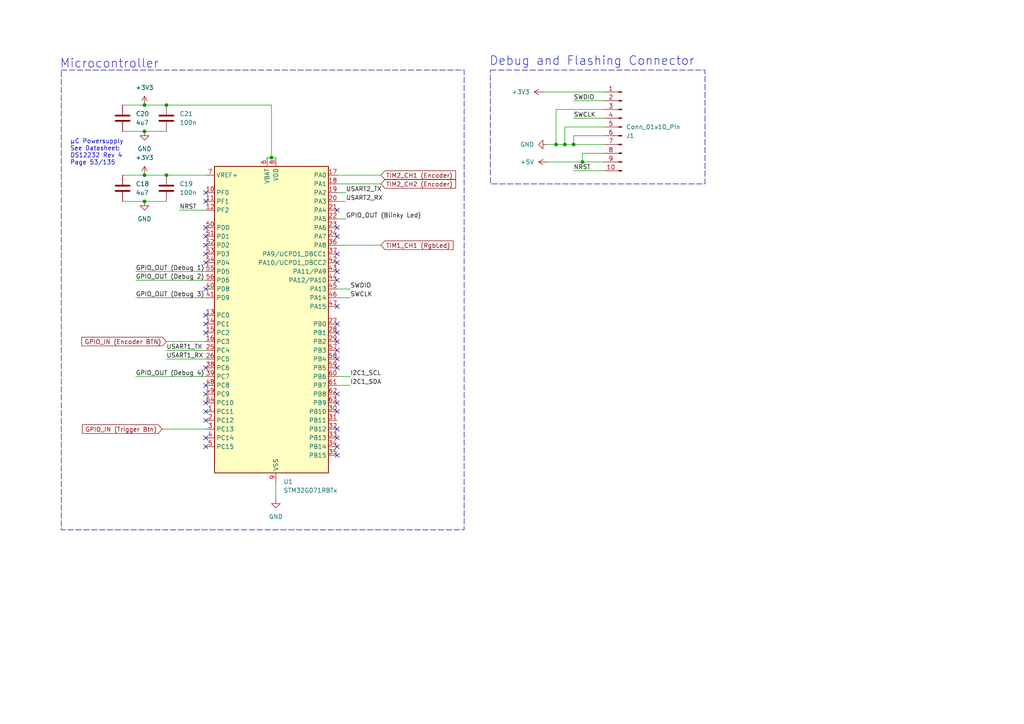
<source format=kicad_sch>
(kicad_sch (version 20231120) (generator "eeschema") (generator_version "8.0")
  (paper "A4")
  (title_block (date "2024-02-29") (rev "1"))
  (lib_symbols
    (symbol "Connector:Conn_01x10_Pin" (pin_names (offset 1.016) hide)
      (property "Reference" "J" (at 0 12.7 0))
      (property "Value" "Conn_01x10_Pin" (at 0 -15.24 0))
      (symbol "Conn_01x10_Pin_1_1"
        (polyline (pts (xy 1.27 -12.7) (xy 0.8636 -12.7)) (stroke (width 0.1524)))
        (polyline (pts (xy 1.27 -10.16) (xy 0.8636 -10.16)) (stroke (width 0.1524)))
        (polyline (pts (xy 1.27 -7.62) (xy 0.8636 -7.62)) (stroke (width 0.1524)))
        (polyline (pts (xy 1.27 -5.08) (xy 0.8636 -5.08)) (stroke (width 0.1524)))
        (polyline (pts (xy 1.27 -2.54) (xy 0.8636 -2.54)) (stroke (width 0.1524)))
        (polyline (pts (xy 1.27 0) (xy 0.8636 0)) (stroke (width 0.1524)))
        (polyline (pts (xy 1.27 2.54) (xy 0.8636 2.54)) (stroke (width 0.1524)))
        (polyline (pts (xy 1.27 5.08) (xy 0.8636 5.08)) (stroke (width 0.1524)))
        (polyline (pts (xy 1.27 7.62) (xy 0.8636 7.62)) (stroke (width 0.1524)))
        (polyline (pts (xy 1.27 10.16) (xy 0.8636 10.16)) (stroke (width 0.1524)))
        (rectangle (start 0.8636 -12.573) (end 0 -12.827) (stroke (width 0.1524)) (fill (type outline)))
        (rectangle (start 0.8636 -10.033) (end 0 -10.287) (stroke (width 0.1524)) (fill (type outline)))
        (rectangle (start 0.8636 -7.493) (end 0 -7.747) (stroke (width 0.1524)) (fill (type outline)))
        (rectangle (start 0.8636 -4.953) (end 0 -5.207) (stroke (width 0.1524)) (fill (type outline)))
        (rectangle (start 0.8636 -2.413) (end 0 -2.667) (stroke (width 0.1524)) (fill (type outline)))
        (rectangle (start 0.8636 0.127) (end 0 -0.127) (stroke (width 0.1524)) (fill (type outline)))
        (rectangle (start 0.8636 2.667) (end 0 2.413) (stroke (width 0.1524)) (fill (type outline)))
        (rectangle (start 0.8636 5.207) (end 0 4.953) (stroke (width 0.1524)) (fill (type outline)))
        (rectangle (start 0.8636 7.747) (end 0 7.493) (stroke (width 0.1524)) (fill (type outline)))
        (rectangle (start 0.8636 10.287) (end 0 10.033) (stroke (width 0.1524)) (fill (type outline)))
        (pin passive line (at 5.08 10.16 180) (length 3.81) (name "Pin_1") (number "1"))
        (pin passive line (at 5.08 -12.7 180) (length 3.81) (name "Pin_10") (number "10"))
        (pin passive line (at 5.08 7.62 180) (length 3.81) (name "Pin_2") (number "2"))
        (pin passive line (at 5.08 5.08 180) (length 3.81) (name "Pin_3") (number "3"))
        (pin passive line (at 5.08 2.54 180) (length 3.81) (name "Pin_4") (number "4"))
        (pin passive line (at 5.08 0 180) (length 3.81) (name "Pin_5") (number "5"))
        (pin passive line (at 5.08 -2.54 180) (length 3.81) (name "Pin_6") (number "6"))
        (pin passive line (at 5.08 -5.08 180) (length 3.81) (name "Pin_7") (number "7"))
        (pin passive line (at 5.08 -7.62 180) (length 3.81) (name "Pin_8") (number "8"))
        (pin passive line (at 5.08 -10.16 180) (length 3.81) (name "Pin_9") (number "9"))
      )
    )
    (symbol "Device:C" (pin_numbers hide) (pin_names (offset 0.254))
      (property "Reference" "C" (at 0.635 2.54 0))
      (property "Value" "C" (at 0.635 -2.54 0))
      (symbol "C_0_1"
        (polyline (pts (xy -2.032 -0.762) (xy 2.032 -0.762)) (stroke (width 0.508)))
        (polyline (pts (xy -2.032 0.762) (xy 2.032 0.762)) (stroke (width 0.508)))
      )
      (symbol "C_1_1"
        (pin passive line (at 0 3.81 270) (length 2.794) (name "~") (number "1"))
        (pin passive line (at 0 -3.81 90) (length 2.794) (name "~") (number "2"))
      )
    )
    (symbol "MCU_ST_STM32G0:STM32G071RBTx"
      (property "Reference" "U" (at -15.24 46.99 0))
      (property "Value" "STM32G071RBTx" (at 5.08 46.99 0))
      (symbol "STM32G071RBTx_0_1"
        (rectangle (start -15.24 -43.18) (end 17.78 45.72) (stroke (width 0.254)) (fill (type background)))
      )
      (symbol "STM32G071RBTx_1_1"
        (pin bidirectional line (at -17.78 -25.4 0) (length 2.54) (name "PC11") (number "1"))
        (pin bidirectional line (at -17.78 38.1 0) (length 2.54) (name "PF0") (number "10"))
        (pin bidirectional line (at -17.78 35.56 0) (length 2.54) (name "PF1") (number "11"))
        (pin bidirectional line (at -17.78 33.02 0) (length 2.54) (name "PF2") (number "12"))
        (pin bidirectional line (at -17.78 2.54 0) (length 2.54) (name "PC0") (number "13"))
        (pin bidirectional line (at -17.78 0 0) (length 2.54) (name "PC1") (number "14"))
        (pin bidirectional line (at -17.78 -2.54 0) (length 2.54) (name "PC2") (number "15"))
        (pin bidirectional line (at -17.78 -5.08 0) (length 2.54) (name "PC3") (number "16"))
        (pin bidirectional line (at 20.32 43.18 180) (length 2.54) (name "PA0") (number "17"))
        (pin bidirectional line (at 20.32 40.64 180) (length 2.54) (name "PA1") (number "18"))
        (pin bidirectional line (at 20.32 38.1 180) (length 2.54) (name "PA2") (number "19"))
        (pin bidirectional line (at -17.78 -27.94 0) (length 2.54) (name "PC12") (number "2"))
        (pin bidirectional line (at 20.32 35.56 180) (length 2.54) (name "PA3") (number "20"))
        (pin bidirectional line (at 20.32 33.02 180) (length 2.54) (name "PA4") (number "21"))
        (pin bidirectional line (at 20.32 30.48 180) (length 2.54) (name "PA5") (number "22"))
        (pin bidirectional line (at 20.32 27.94 180) (length 2.54) (name "PA6") (number "23"))
        (pin bidirectional line (at 20.32 25.4 180) (length 2.54) (name "PA7") (number "24"))
        (pin bidirectional line (at -17.78 -7.62 0) (length 2.54) (name "PC4") (number "25"))
        (pin bidirectional line (at -17.78 -10.16 0) (length 2.54) (name "PC5") (number "26"))
        (pin bidirectional line (at 20.32 0 180) (length 2.54) (name "PB0") (number "27"))
        (pin bidirectional line (at 20.32 -2.54 180) (length 2.54) (name "PB1") (number "28"))
        (pin bidirectional line (at 20.32 -5.08 180) (length 2.54) (name "PB2") (number "29"))
        (pin bidirectional line (at -17.78 -30.48 0) (length 2.54) (name "PC13") (number "3"))
        (pin bidirectional line (at 20.32 -25.4 180) (length 2.54) (name "PB10") (number "30"))
        (pin bidirectional line (at 20.32 -27.94 180) (length 2.54) (name "PB11") (number "31"))
        (pin bidirectional line (at 20.32 -30.48 180) (length 2.54) (name "PB12") (number "32"))
        (pin bidirectional line (at 20.32 -33.02 180) (length 2.54) (name "PB13") (number "33"))
        (pin bidirectional line (at 20.32 -35.56 180) (length 2.54) (name "PB14") (number "34"))
        (pin bidirectional line (at 20.32 -38.1 180) (length 2.54) (name "PB15") (number "35"))
        (pin bidirectional line (at 20.32 22.86 180) (length 2.54) (name "PA8") (number "36"))
        (pin bidirectional line (at 20.32 20.32 180) (length 2.54) (name "PA9/UCPD1_DBCC1") (number "37"))
        (pin bidirectional line (at -17.78 -12.7 0) (length 2.54) (name "PC6") (number "38"))
        (pin bidirectional line (at -17.78 -15.24 0) (length 2.54) (name "PC7") (number "39"))
        (pin bidirectional line (at -17.78 -33.02 0) (length 2.54) (name "PC14") (number "4"))
        (pin bidirectional line (at -17.78 10.16 0) (length 2.54) (name "PD8") (number "40"))
        (pin bidirectional line (at -17.78 7.62 0) (length 2.54) (name "PD9") (number "41"))
        (pin bidirectional line (at 20.32 17.78 180) (length 2.54) (name "PA10/UCPD1_DBCC2") (number "42"))
        (pin bidirectional line (at 20.32 15.24 180) (length 2.54) (name "PA11/PA9") (number "43"))
        (pin bidirectional line (at 20.32 12.7 180) (length 2.54) (name "PA12/PA10") (number "44"))
        (pin bidirectional line (at 20.32 10.16 180) (length 2.54) (name "PA13") (number "45"))
        (pin bidirectional line (at 20.32 7.62 180) (length 2.54) (name "PA14") (number "46"))
        (pin bidirectional line (at 20.32 5.08 180) (length 2.54) (name "PA15") (number "47"))
        (pin bidirectional line (at -17.78 -17.78 0) (length 2.54) (name "PC8") (number "48"))
        (pin bidirectional line (at -17.78 -20.32 0) (length 2.54) (name "PC9") (number "49"))
        (pin bidirectional line (at -17.78 -35.56 0) (length 2.54) (name "PC15") (number "5"))
        (pin bidirectional line (at -17.78 27.94 0) (length 2.54) (name "PD0") (number "50"))
        (pin bidirectional line (at -17.78 25.4 0) (length 2.54) (name "PD1") (number "51"))
        (pin bidirectional line (at -17.78 22.86 0) (length 2.54) (name "PD2") (number "52"))
        (pin bidirectional line (at -17.78 20.32 0) (length 2.54) (name "PD3") (number "53"))
        (pin bidirectional line (at -17.78 17.78 0) (length 2.54) (name "PD4") (number "54"))
        (pin bidirectional line (at -17.78 15.24 0) (length 2.54) (name "PD5") (number "55"))
        (pin bidirectional line (at -17.78 12.7 0) (length 2.54) (name "PD6") (number "56"))
        (pin bidirectional line (at 20.32 -7.62 180) (length 2.54) (name "PB3") (number "57"))
        (pin bidirectional line (at 20.32 -10.16 180) (length 2.54) (name "PB4") (number "58"))
        (pin bidirectional line (at 20.32 -12.7 180) (length 2.54) (name "PB5") (number "59"))
        (pin power_in line (at 0 48.26 270) (length 2.54) (name "VBAT") (number "6"))
        (pin bidirectional line (at 20.32 -15.24 180) (length 2.54) (name "PB6") (number "60"))
        (pin bidirectional line (at 20.32 -17.78 180) (length 2.54) (name "PB7") (number "61"))
        (pin bidirectional line (at 20.32 -20.32 180) (length 2.54) (name "PB8") (number "62"))
        (pin bidirectional line (at 20.32 -22.86 180) (length 2.54) (name "PB9") (number "63"))
        (pin bidirectional line (at -17.78 -22.86 0) (length 2.54) (name "PC10") (number "64"))
        (pin input line (at -17.78 43.18 0) (length 2.54) (name "VREF+") (number "7"))
        (pin power_in line (at 2.54 48.26 270) (length 2.54) (name "VDD") (number "8"))
        (pin power_in line (at 2.54 -45.72 90) (length 2.54) (name "VSS") (number "9"))
      )
    )
    (symbol "power:+3V3" (power) (pin_numbers hide) (pin_names (offset 0) hide)
      (property "Value" "+3V3" (at 0 3.556 0))
      (symbol "+3V3_0_1"
        (polyline (pts (xy -0.762 1.27) (xy 0 2.54)))
        (polyline (pts (xy 0 0) (xy 0 2.54)))
        (polyline (pts (xy 0 2.54) (xy 0.762 1.27)))
      )
      (symbol "+3V3_1_1"
        (pin power_in line (at 0 0 90) (length 0) (name "~") (number "1"))
      )
    )
    (symbol "power:+5V" (power) (pin_numbers hide) (pin_names (offset 0) hide)
      (property "Value" "+5V" (at 0 3.556 0))
      (symbol "+5V_0_1"
        (polyline (pts (xy -0.762 1.27) (xy 0 2.54)))
        (polyline (pts (xy 0 0) (xy 0 2.54)))
        (polyline (pts (xy 0 2.54) (xy 0.762 1.27)))
      )
      (symbol "+5V_1_1"
        (pin power_in line (at 0 0 90) (length 0) (name "~") (number "1"))
      )
    )
    (symbol "power:GND" (power) (pin_numbers hide) (pin_names (offset 0) hide)
      (property "Value" "GND" (at 0 -3.81 0))
      (symbol "GND_0_1"
        (polyline (pts (xy 0 0) (xy 0 -1.27) (xy 1.27 -1.27) (xy 0 -2.54) (xy -1.27 -1.27) (xy 0 -1.27)))
      )
      (symbol "GND_1_1"
        (pin power_in line (at 0 0 270) (length 0) (name "~") (number "1"))
      )
    )
  )
  (junction (at 48.26 30.48))
  (junction (at 41.91 50.8))
  (junction (at 41.91 38.1))
  (junction (at 168.91 46.99))
  (junction (at 163.83 41.91))
  (junction (at 78.74 45.72))
  (junction (at 166.37 41.91))
  (junction (at 161.29 41.91))
  (junction (at 41.91 58.42))
  (junction (at 41.91 30.48))
  (junction (at 48.26 50.8))
  (no_connect (at 59.69 66.04))
  (no_connect (at 59.69 83.82))
  (no_connect (at 97.79 88.9))
  (no_connect (at 59.69 58.42))
  (no_connect (at 59.69 119.38))
  (no_connect (at 97.79 81.28))
  (no_connect (at 97.79 73.66))
  (no_connect (at 97.79 60.96))
  (no_connect (at 59.69 111.76))
  (no_connect (at 97.79 132.08))
  (no_connect (at 97.79 76.2))
  (no_connect (at 59.69 55.88))
  (no_connect (at 97.79 78.74))
  (no_connect (at 97.79 124.46))
  (no_connect (at 59.69 73.66))
  (no_connect (at 59.69 68.58))
  (no_connect (at 97.79 68.58))
  (no_connect (at 97.79 104.14))
  (no_connect (at 59.69 106.68))
  (no_connect (at 97.79 114.3))
  (no_connect (at 59.69 71.12))
  (no_connect (at 59.69 121.92))
  (no_connect (at 97.79 66.04))
  (no_connect (at 97.79 116.84))
  (no_connect (at 59.69 91.44))
  (no_connect (at 97.79 96.52))
  (no_connect (at 97.79 106.68))
  (no_connect (at 59.69 96.52))
  (no_connect (at 59.69 93.98))
  (no_connect (at 97.79 127))
  (no_connect (at 97.79 93.98))
  (no_connect (at 59.69 129.54))
  (no_connect (at 97.79 99.06))
  (no_connect (at 59.69 127))
  (no_connect (at 59.69 116.84))
  (no_connect (at 97.79 101.6))
  (no_connect (at 59.69 114.3))
  (no_connect (at 97.79 119.38))
  (no_connect (at 59.69 76.2))
  (no_connect (at 97.79 129.54))
  (wire (pts (xy 175.26 44.45) (xy 168.91 44.45)))
  (wire (pts (xy 35.56 30.48) (xy 41.91 30.48)))
  (wire (pts (xy 166.37 29.21) (xy 175.26 29.21)))
  (wire (pts (xy 166.37 39.37) (xy 166.37 41.91)))
  (wire (pts (xy 97.79 63.5) (xy 100.33 63.5)))
  (wire (pts (xy 97.79 111.76) (xy 101.6 111.76)))
  (wire (pts (xy 97.79 58.42) (xy 100.33 58.42)))
  (wire (pts (xy 168.91 46.99) (xy 175.26 46.99)))
  (wire (pts (xy 97.79 83.82) (xy 101.6 83.82)))
  (wire (pts (xy 41.91 38.1) (xy 48.26 38.1)))
  (wire (pts (xy 48.26 101.6) (xy 59.69 101.6)))
  (wire (pts (xy 158.75 41.91) (xy 161.29 41.91)))
  (wire (pts (xy 39.37 81.28) (xy 59.69 81.28)))
  (wire (pts (xy 175.26 39.37) (xy 166.37 39.37)))
  (wire (pts (xy 168.91 44.45) (xy 168.91 46.99)))
  (wire (pts (xy 80.01 139.7) (xy 80.01 144.78)))
  (wire (pts (xy 163.83 41.91) (xy 166.37 41.91)))
  (wire (pts (xy 158.75 46.99) (xy 168.91 46.99)))
  (wire (pts (xy 35.56 58.42) (xy 41.91 58.42)))
  (wire (pts (xy 175.26 36.83) (xy 163.83 36.83)))
  (wire (pts (xy 39.37 78.74) (xy 59.69 78.74)))
  (wire (pts (xy 46.99 124.46) (xy 59.69 124.46)))
  (wire (pts (xy 97.79 50.8) (xy 110.49 50.8)))
  (wire (pts (xy 166.37 49.53) (xy 175.26 49.53)))
  (wire (pts (xy 78.74 30.48) (xy 78.74 45.72)))
  (wire (pts (xy 161.29 31.75) (xy 161.29 41.91)))
  (wire (pts (xy 161.29 31.75) (xy 175.26 31.75)))
  (wire (pts (xy 39.37 86.36) (xy 59.69 86.36)))
  (wire (pts (xy 157.48 26.67) (xy 175.26 26.67)))
  (wire (pts (xy 35.56 50.8) (xy 41.91 50.8)))
  (wire (pts (xy 163.83 36.83) (xy 163.83 41.91)))
  (wire (pts (xy 48.26 104.14) (xy 59.69 104.14)))
  (wire (pts (xy 48.26 50.8) (xy 59.69 50.8)))
  (wire (pts (xy 35.56 38.1) (xy 41.91 38.1)))
  (wire (pts (xy 97.79 55.88) (xy 100.33 55.88)))
  (wire (pts (xy 97.79 53.34) (xy 110.49 53.34)))
  (wire (pts (xy 41.91 50.8) (xy 48.26 50.8)))
  (wire (pts (xy 78.74 45.72) (xy 80.01 45.72)))
  (wire (pts (xy 97.79 109.22) (xy 101.6 109.22)))
  (wire (pts (xy 97.79 86.36) (xy 101.6 86.36)))
  (wire (pts (xy 39.37 109.22) (xy 59.69 109.22)))
  (wire (pts (xy 52.07 60.96) (xy 59.69 60.96)))
  (wire (pts (xy 166.37 34.29) (xy 175.26 34.29)))
  (wire (pts (xy 48.26 30.48) (xy 78.74 30.48)))
  (wire (pts (xy 97.79 71.12) (xy 110.49 71.12)))
  (wire (pts (xy 77.47 45.72) (xy 78.74 45.72)))
  (wire (pts (xy 41.91 30.48) (xy 48.26 30.48)))
  (wire (pts (xy 41.91 58.42) (xy 48.26 58.42)))
  (wire (pts (xy 48.26 99.06) (xy 59.69 99.06)))
  (wire (pts (xy 161.29 41.91) (xy 163.83 41.91)))
  (wire (pts (xy 166.37 41.91) (xy 175.26 41.91)))
  (rectangle (start 142.24 20.32) (end 204.47 53.34) (stroke (width 0) (type dash) (color 0 0 132 1)))
  (rectangle (start 17.78 20.32) (end 134.62 153.67) (stroke (width 0) (type dash) (color 0 0 132 1)))
  (text "Debug and Flashing Connector\n" (at 171.704 17.78 0) (effects (font (size 2.54 2.54))))
  (text "µC Powersupply\nSee Datasheet: \nDS12232 Rev 4  \nPage 53/135" (at 20.32 44.196 0) (effects (font (size 1.27 1.27)) (justify left)))
  (text "Microcontroller" (at 31.75 18.542 0) (effects (font (size 2.54 2.54))))
  (label "USART2_RX" (at 100.33 58.42 0))
  (label "GPIO_OUT (Debug 3)" (at 39.37 86.36 0))
  (label "GPIO_OUT (Blinky Led)" (at 100.33 63.5 0))
  (label "SWCLK" (at 166.37 34.29 0))
  (label "USART1_TX" (at 48.26 101.6 0))
  (label "I2C1_SDA" (at 101.6 111.76 0))
  (label "USART1_RX" (at 48.26 104.14 0))
  (label "USART2_TX" (at 100.33 55.88 0))
  (label "SWDIO" (at 101.6 83.82 0))
  (label "I2C1_SCL" (at 101.6 109.22 0))
  (label "GPIO_OUT (Debug 2)" (at 39.37 81.28 0))
  (label "NRST" (at 52.07 60.96 0))
  (label "GPIO_OUT (Debug 1)" (at 39.37 78.74 0))
  (label "SWCLK" (at 101.6 86.36 0))
  (label "SWDIO" (at 166.37 29.21 0))
  (label "NRST" (at 166.37 49.53 0))
  (label "GPIO_OUT (Debug 4)" (at 39.37 109.22 0))
  (global_label "TIM2_CH2 (Encoder)" (shape input) (at 110.49 53.34 0) (property "Intersheetrefs" "${INTERSHEET_REFS}" (effects (hide yes))))
  (global_label "TIM2_CH1 (Encoder)" (shape input) (at 110.49 50.8 0) (property "Intersheetrefs" "${INTERSHEET_REFS}" (effects (hide yes))))
  (global_label "GPIO_IN (Trigger Btn)" (shape input) (at 46.99 124.46 180) (property "Intersheetrefs" "${INTERSHEET_REFS}" (effects (hide yes))))
  (global_label "TIM1_CH1 (RgbLed)" (shape input) (at 110.49 71.12 0) (property "Intersheetrefs" "${INTERSHEET_REFS}" (effects (hide yes))))
  (global_label "GPIO_IN (Encoder BTN)" (shape input) (at 48.26 99.06 180) (property "Intersheetrefs" "${INTERSHEET_REFS}" (effects (hide yes))))
  (symbol (lib_id "power:+3V3") (at 157.48 26.67 90) (unit 1)
    (property "Reference" "#PWR033" (effects (hide yes)))
    (property "Value" "+3V3" (at 153.67 26.6699 90) (effects (justify left)))
    (property "Description" "Power symbol creates a global label with name \"+3V3\"" (effects (hide yes)))
  )
  (symbol (lib_id "power:+3V3") (at 41.91 50.8 0) (unit 1)
    (property "Reference" "#PWR031" (effects (hide yes)))
    (property "Value" "+3V3" (at 41.91 45.72 0))
    (property "Description" "Power symbol creates a global label with name \"+3V3\"" (effects (hide yes)))
  )
  (symbol (lib_id "Device:C") (at 35.56 54.61 0) (unit 1)
    (property "Reference" "C18" (at 39.37 53.3399 0) (effects (justify left)))
    (property "Value" "4u7" (at 39.37 55.8799 0) (effects (justify left)))
    (property "Description" "Unpolarized capacitor" (effects (hide yes)))
  )
  (symbol (lib_id "Device:C") (at 35.56 34.29 0) (unit 1)
    (property "Reference" "C20" (at 39.37 33.0199 0) (effects (justify left)))
    (property "Value" "4u7" (at 39.37 35.5599 0) (effects (justify left)))
    (property "Description" "Unpolarized capacitor" (effects (hide yes)))
  )
  (symbol (lib_id "power:GND") (at 80.01 144.78 0) (unit 1)
    (property "Reference" "#PWR027" (effects (hide yes)))
    (property "Value" "GND" (at 80.01 149.86 0))
    (property "Description" "Power symbol creates a global label with name \"GND\" , ground" (effects (hide yes)))
  )
  (symbol (lib_id "Connector:Conn_01x10_Pin") (at 180.34 36.83 0) (mirror y) (unit 1)
    (property "Reference" "J1" (at 181.61 39.3701 0) (effects (justify right)))
    (property "Value" "Conn_01x10_Pin" (at 181.61 36.8301 0) (effects (justify right)))
    (property "Description" "Generic connector, single row, 01x10, script generated" (effects (hide yes)))
  )
  (symbol (lib_id "MCU_ST_STM32G0:STM32G071RBTx") (at 77.47 93.98 0) (unit 1)
    (property "Reference" "U1" (at 82.2041 139.7 0) (effects (justify left)))
    (property "Value" "STM32G071RBTx" (at 82.2041 142.24 0) (effects (justify left)))
    (property "Footprint" "Package_QFP:LQFP-64_10x10mm_P0.5mm" (effects (hide yes)))
    (property "Datasheet" "https://www.st.com/resource/en/datasheet/stm32g071rb.pdf" (effects (hide yes)))
    (property "Description" "STMicroelectronics Arm Cortex-M0+ MCU, 128KB flash, 36KB RAM, 64 MHz, 1.7-3.6V, 60 GPIO, LQFP64" (effects (hide yes)))
  )
  (symbol (lib_id "Device:C") (at 48.26 54.61 0) (unit 1)
    (property "Reference" "C19" (at 52.07 53.3399 0) (effects (justify left)))
    (property "Value" "100n" (at 52.07 55.8799 0) (effects (justify left)))
    (property "Description" "Unpolarized capacitor" (effects (hide yes)))
  )
  (symbol (lib_id "power:GND") (at 41.91 58.42 0) (unit 1)
    (property "Reference" "#PWR032" (effects (hide yes)))
    (property "Value" "GND" (at 41.91 63.5 0))
    (property "Description" "Power symbol creates a global label with name \"GND\" , ground" (effects (hide yes)))
  )
  (symbol (lib_id "power:+5V") (at 158.75 46.99 90) (unit 1)
    (property "Reference" "#PWR036" (effects (hide yes)))
    (property "Value" "+5V" (at 154.94 46.9899 90) (effects (justify left)))
    (property "Description" "Power symbol creates a global label with name \"+5V\"" (effects (hide yes)))
  )
  (symbol (lib_id "Device:C") (at 48.26 34.29 0) (unit 1)
    (property "Reference" "C21" (at 52.07 33.0199 0) (effects (justify left)))
    (property "Value" "100n" (at 52.07 35.5599 0) (effects (justify left)))
    (property "Description" "Unpolarized capacitor" (effects (hide yes)))
  )
  (symbol (lib_id "power:GND") (at 158.75 41.91 270) (unit 1)
    (property "Reference" "#PWR037" (effects (hide yes)))
    (property "Value" "GND" (at 154.94 41.9099 90) (effects (justify right)))
    (property "Description" "Power symbol creates a global label with name \"GND\" , ground" (effects (hide yes)))
  )
  (symbol (lib_id "power:+3V3") (at 41.91 30.48 0) (unit 1)
    (property "Reference" "#PWR028" (effects (hide yes)))
    (property "Value" "+3V3" (at 41.91 25.4 0))
    (property "Description" "Power symbol creates a global label with name \"+3V3\"" (effects (hide yes)))
  )
  (symbol (lib_id "power:GND") (at 41.91 38.1 0) (unit 1)
    (property "Reference" "#PWR034" (effects (hide yes)))
    (property "Value" "GND" (at 41.91 43.18 0))
    (property "Description" "Power symbol creates a global label with name \"GND\" , ground" (effects (hide yes)))
  )
)
</source>
